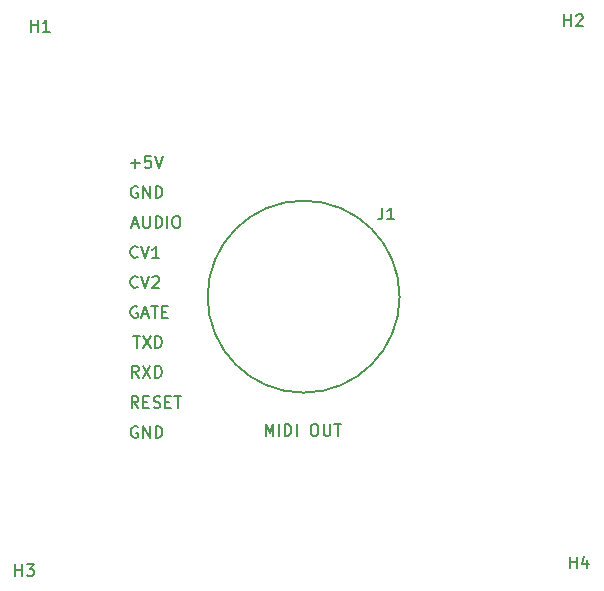
<source format=gbr>
%TF.GenerationSoftware,KiCad,Pcbnew,6.0.11-2627ca5db0~126~ubuntu22.04.1*%
%TF.CreationDate,2025-02-25T14:04:31+01:00*%
%TF.ProjectId,MidiBreakOut,4d696469-4272-4656-916b-4f75742e6b69,rev?*%
%TF.SameCoordinates,Original*%
%TF.FileFunction,Legend,Top*%
%TF.FilePolarity,Positive*%
%FSLAX46Y46*%
G04 Gerber Fmt 4.6, Leading zero omitted, Abs format (unit mm)*
G04 Created by KiCad (PCBNEW 6.0.11-2627ca5db0~126~ubuntu22.04.1) date 2025-02-25 14:04:31*
%MOMM*%
%LPD*%
G01*
G04 APERTURE LIST*
%ADD10C,0.150000*%
%ADD11C,0.152400*%
G04 APERTURE END LIST*
D10*
X86007619Y-109422380D02*
X85674285Y-108946190D01*
X85436190Y-109422380D02*
X85436190Y-108422380D01*
X85817142Y-108422380D01*
X85912380Y-108470000D01*
X85960000Y-108517619D01*
X86007619Y-108612857D01*
X86007619Y-108755714D01*
X85960000Y-108850952D01*
X85912380Y-108898571D01*
X85817142Y-108946190D01*
X85436190Y-108946190D01*
X86436190Y-108898571D02*
X86769523Y-108898571D01*
X86912380Y-109422380D02*
X86436190Y-109422380D01*
X86436190Y-108422380D01*
X86912380Y-108422380D01*
X87293333Y-109374761D02*
X87436190Y-109422380D01*
X87674285Y-109422380D01*
X87769523Y-109374761D01*
X87817142Y-109327142D01*
X87864761Y-109231904D01*
X87864761Y-109136666D01*
X87817142Y-109041428D01*
X87769523Y-108993809D01*
X87674285Y-108946190D01*
X87483809Y-108898571D01*
X87388571Y-108850952D01*
X87340952Y-108803333D01*
X87293333Y-108708095D01*
X87293333Y-108612857D01*
X87340952Y-108517619D01*
X87388571Y-108470000D01*
X87483809Y-108422380D01*
X87721904Y-108422380D01*
X87864761Y-108470000D01*
X88293333Y-108898571D02*
X88626666Y-108898571D01*
X88769523Y-109422380D02*
X88293333Y-109422380D01*
X88293333Y-108422380D01*
X88769523Y-108422380D01*
X89055238Y-108422380D02*
X89626666Y-108422380D01*
X89340952Y-109422380D02*
X89340952Y-108422380D01*
X85954761Y-99167142D02*
X85907142Y-99214761D01*
X85764285Y-99262380D01*
X85669047Y-99262380D01*
X85526190Y-99214761D01*
X85430952Y-99119523D01*
X85383333Y-99024285D01*
X85335714Y-98833809D01*
X85335714Y-98690952D01*
X85383333Y-98500476D01*
X85430952Y-98405238D01*
X85526190Y-98310000D01*
X85669047Y-98262380D01*
X85764285Y-98262380D01*
X85907142Y-98310000D01*
X85954761Y-98357619D01*
X86240476Y-98262380D02*
X86573809Y-99262380D01*
X86907142Y-98262380D01*
X87192857Y-98357619D02*
X87240476Y-98310000D01*
X87335714Y-98262380D01*
X87573809Y-98262380D01*
X87669047Y-98310000D01*
X87716666Y-98357619D01*
X87764285Y-98452857D01*
X87764285Y-98548095D01*
X87716666Y-98690952D01*
X87145238Y-99262380D01*
X87764285Y-99262380D01*
X85516190Y-93886666D02*
X85992380Y-93886666D01*
X85420952Y-94172380D02*
X85754285Y-93172380D01*
X86087619Y-94172380D01*
X86420952Y-93172380D02*
X86420952Y-93981904D01*
X86468571Y-94077142D01*
X86516190Y-94124761D01*
X86611428Y-94172380D01*
X86801904Y-94172380D01*
X86897142Y-94124761D01*
X86944761Y-94077142D01*
X86992380Y-93981904D01*
X86992380Y-93172380D01*
X87468571Y-94172380D02*
X87468571Y-93172380D01*
X87706666Y-93172380D01*
X87849523Y-93220000D01*
X87944761Y-93315238D01*
X87992380Y-93410476D01*
X88040000Y-93600952D01*
X88040000Y-93743809D01*
X87992380Y-93934285D01*
X87944761Y-94029523D01*
X87849523Y-94124761D01*
X87706666Y-94172380D01*
X87468571Y-94172380D01*
X88468571Y-94172380D02*
X88468571Y-93172380D01*
X89135238Y-93172380D02*
X89325714Y-93172380D01*
X89420952Y-93220000D01*
X89516190Y-93315238D01*
X89563809Y-93505714D01*
X89563809Y-93839047D01*
X89516190Y-94029523D01*
X89420952Y-94124761D01*
X89325714Y-94172380D01*
X89135238Y-94172380D01*
X89040000Y-94124761D01*
X88944761Y-94029523D01*
X88897142Y-93839047D01*
X88897142Y-93505714D01*
X88944761Y-93315238D01*
X89040000Y-93220000D01*
X89135238Y-93172380D01*
X86033333Y-106852380D02*
X85700000Y-106376190D01*
X85461904Y-106852380D02*
X85461904Y-105852380D01*
X85842857Y-105852380D01*
X85938095Y-105900000D01*
X85985714Y-105947619D01*
X86033333Y-106042857D01*
X86033333Y-106185714D01*
X85985714Y-106280952D01*
X85938095Y-106328571D01*
X85842857Y-106376190D01*
X85461904Y-106376190D01*
X86366666Y-105852380D02*
X87033333Y-106852380D01*
X87033333Y-105852380D02*
X86366666Y-106852380D01*
X87414285Y-106852380D02*
X87414285Y-105852380D01*
X87652380Y-105852380D01*
X87795238Y-105900000D01*
X87890476Y-105995238D01*
X87938095Y-106090476D01*
X87985714Y-106280952D01*
X87985714Y-106423809D01*
X87938095Y-106614285D01*
X87890476Y-106709523D01*
X87795238Y-106804761D01*
X87652380Y-106852380D01*
X87414285Y-106852380D01*
X85954761Y-96627142D02*
X85907142Y-96674761D01*
X85764285Y-96722380D01*
X85669047Y-96722380D01*
X85526190Y-96674761D01*
X85430952Y-96579523D01*
X85383333Y-96484285D01*
X85335714Y-96293809D01*
X85335714Y-96150952D01*
X85383333Y-95960476D01*
X85430952Y-95865238D01*
X85526190Y-95770000D01*
X85669047Y-95722380D01*
X85764285Y-95722380D01*
X85907142Y-95770000D01*
X85954761Y-95817619D01*
X86240476Y-95722380D02*
X86573809Y-96722380D01*
X86907142Y-95722380D01*
X87764285Y-96722380D02*
X87192857Y-96722380D01*
X87478571Y-96722380D02*
X87478571Y-95722380D01*
X87383333Y-95865238D01*
X87288095Y-95960476D01*
X87192857Y-96008095D01*
X85938095Y-111010000D02*
X85842857Y-110962380D01*
X85700000Y-110962380D01*
X85557142Y-111010000D01*
X85461904Y-111105238D01*
X85414285Y-111200476D01*
X85366666Y-111390952D01*
X85366666Y-111533809D01*
X85414285Y-111724285D01*
X85461904Y-111819523D01*
X85557142Y-111914761D01*
X85700000Y-111962380D01*
X85795238Y-111962380D01*
X85938095Y-111914761D01*
X85985714Y-111867142D01*
X85985714Y-111533809D01*
X85795238Y-111533809D01*
X86414285Y-111962380D02*
X86414285Y-110962380D01*
X86985714Y-111962380D01*
X86985714Y-110962380D01*
X87461904Y-111962380D02*
X87461904Y-110962380D01*
X87700000Y-110962380D01*
X87842857Y-111010000D01*
X87938095Y-111105238D01*
X87985714Y-111200476D01*
X88033333Y-111390952D01*
X88033333Y-111533809D01*
X87985714Y-111724285D01*
X87938095Y-111819523D01*
X87842857Y-111914761D01*
X87700000Y-111962380D01*
X87461904Y-111962380D01*
X85354285Y-88711428D02*
X86116190Y-88711428D01*
X85735238Y-89092380D02*
X85735238Y-88330476D01*
X87068571Y-88092380D02*
X86592380Y-88092380D01*
X86544761Y-88568571D01*
X86592380Y-88520952D01*
X86687619Y-88473333D01*
X86925714Y-88473333D01*
X87020952Y-88520952D01*
X87068571Y-88568571D01*
X87116190Y-88663809D01*
X87116190Y-88901904D01*
X87068571Y-88997142D01*
X87020952Y-89044761D01*
X86925714Y-89092380D01*
X86687619Y-89092380D01*
X86592380Y-89044761D01*
X86544761Y-88997142D01*
X87401904Y-88092380D02*
X87735238Y-89092380D01*
X88068571Y-88092380D01*
X85578095Y-103342380D02*
X86149523Y-103342380D01*
X85863809Y-104342380D02*
X85863809Y-103342380D01*
X86387619Y-103342380D02*
X87054285Y-104342380D01*
X87054285Y-103342380D02*
X86387619Y-104342380D01*
X87435238Y-104342380D02*
X87435238Y-103342380D01*
X87673333Y-103342380D01*
X87816190Y-103390000D01*
X87911428Y-103485238D01*
X87959047Y-103580476D01*
X88006666Y-103770952D01*
X88006666Y-103913809D01*
X87959047Y-104104285D01*
X87911428Y-104199523D01*
X87816190Y-104294761D01*
X87673333Y-104342380D01*
X87435238Y-104342380D01*
X85910000Y-100840000D02*
X85814761Y-100792380D01*
X85671904Y-100792380D01*
X85529047Y-100840000D01*
X85433809Y-100935238D01*
X85386190Y-101030476D01*
X85338571Y-101220952D01*
X85338571Y-101363809D01*
X85386190Y-101554285D01*
X85433809Y-101649523D01*
X85529047Y-101744761D01*
X85671904Y-101792380D01*
X85767142Y-101792380D01*
X85910000Y-101744761D01*
X85957619Y-101697142D01*
X85957619Y-101363809D01*
X85767142Y-101363809D01*
X86338571Y-101506666D02*
X86814761Y-101506666D01*
X86243333Y-101792380D02*
X86576666Y-100792380D01*
X86910000Y-101792380D01*
X87100476Y-100792380D02*
X87671904Y-100792380D01*
X87386190Y-101792380D02*
X87386190Y-100792380D01*
X88005238Y-101268571D02*
X88338571Y-101268571D01*
X88481428Y-101792380D02*
X88005238Y-101792380D01*
X88005238Y-100792380D01*
X88481428Y-100792380D01*
X85938095Y-90690000D02*
X85842857Y-90642380D01*
X85700000Y-90642380D01*
X85557142Y-90690000D01*
X85461904Y-90785238D01*
X85414285Y-90880476D01*
X85366666Y-91070952D01*
X85366666Y-91213809D01*
X85414285Y-91404285D01*
X85461904Y-91499523D01*
X85557142Y-91594761D01*
X85700000Y-91642380D01*
X85795238Y-91642380D01*
X85938095Y-91594761D01*
X85985714Y-91547142D01*
X85985714Y-91213809D01*
X85795238Y-91213809D01*
X86414285Y-91642380D02*
X86414285Y-90642380D01*
X86985714Y-91642380D01*
X86985714Y-90642380D01*
X87461904Y-91642380D02*
X87461904Y-90642380D01*
X87700000Y-90642380D01*
X87842857Y-90690000D01*
X87938095Y-90785238D01*
X87985714Y-90880476D01*
X88033333Y-91070952D01*
X88033333Y-91213809D01*
X87985714Y-91404285D01*
X87938095Y-91499523D01*
X87842857Y-91594761D01*
X87700000Y-91642380D01*
X87461904Y-91642380D01*
X96780952Y-111792380D02*
X96780952Y-110792380D01*
X97114285Y-111506666D01*
X97447619Y-110792380D01*
X97447619Y-111792380D01*
X97923809Y-111792380D02*
X97923809Y-110792380D01*
X98400000Y-111792380D02*
X98400000Y-110792380D01*
X98638095Y-110792380D01*
X98780952Y-110840000D01*
X98876190Y-110935238D01*
X98923809Y-111030476D01*
X98971428Y-111220952D01*
X98971428Y-111363809D01*
X98923809Y-111554285D01*
X98876190Y-111649523D01*
X98780952Y-111744761D01*
X98638095Y-111792380D01*
X98400000Y-111792380D01*
X99400000Y-111792380D02*
X99400000Y-110792380D01*
X100828571Y-110792380D02*
X101019047Y-110792380D01*
X101114285Y-110840000D01*
X101209523Y-110935238D01*
X101257142Y-111125714D01*
X101257142Y-111459047D01*
X101209523Y-111649523D01*
X101114285Y-111744761D01*
X101019047Y-111792380D01*
X100828571Y-111792380D01*
X100733333Y-111744761D01*
X100638095Y-111649523D01*
X100590476Y-111459047D01*
X100590476Y-111125714D01*
X100638095Y-110935238D01*
X100733333Y-110840000D01*
X100828571Y-110792380D01*
X101685714Y-110792380D02*
X101685714Y-111601904D01*
X101733333Y-111697142D01*
X101780952Y-111744761D01*
X101876190Y-111792380D01*
X102066666Y-111792380D01*
X102161904Y-111744761D01*
X102209523Y-111697142D01*
X102257142Y-111601904D01*
X102257142Y-110792380D01*
X102590476Y-110792380D02*
X103161904Y-110792380D01*
X102876190Y-111792380D02*
X102876190Y-110792380D01*
%TO.C,H4*%
X122538095Y-123002380D02*
X122538095Y-122002380D01*
X122538095Y-122478571D02*
X123109523Y-122478571D01*
X123109523Y-123002380D02*
X123109523Y-122002380D01*
X124014285Y-122335714D02*
X124014285Y-123002380D01*
X123776190Y-121954761D02*
X123538095Y-122669047D01*
X124157142Y-122669047D01*
%TO.C,H2*%
X122088095Y-77102380D02*
X122088095Y-76102380D01*
X122088095Y-76578571D02*
X122659523Y-76578571D01*
X122659523Y-77102380D02*
X122659523Y-76102380D01*
X123088095Y-76197619D02*
X123135714Y-76150000D01*
X123230952Y-76102380D01*
X123469047Y-76102380D01*
X123564285Y-76150000D01*
X123611904Y-76197619D01*
X123659523Y-76292857D01*
X123659523Y-76388095D01*
X123611904Y-76530952D01*
X123040476Y-77102380D01*
X123659523Y-77102380D01*
%TO.C,H1*%
X76938095Y-77552380D02*
X76938095Y-76552380D01*
X76938095Y-77028571D02*
X77509523Y-77028571D01*
X77509523Y-77552380D02*
X77509523Y-76552380D01*
X78509523Y-77552380D02*
X77938095Y-77552380D01*
X78223809Y-77552380D02*
X78223809Y-76552380D01*
X78128571Y-76695238D01*
X78033333Y-76790476D01*
X77938095Y-76838095D01*
%TO.C,J1*%
X106666666Y-92452380D02*
X106666666Y-93166666D01*
X106619047Y-93309523D01*
X106523809Y-93404761D01*
X106380952Y-93452380D01*
X106285714Y-93452380D01*
X107666666Y-93452380D02*
X107095238Y-93452380D01*
X107380952Y-93452380D02*
X107380952Y-92452380D01*
X107285714Y-92595238D01*
X107190476Y-92690476D01*
X107095238Y-92738095D01*
%TO.C,H3*%
X75588095Y-123652380D02*
X75588095Y-122652380D01*
X75588095Y-123128571D02*
X76159523Y-123128571D01*
X76159523Y-123652380D02*
X76159523Y-122652380D01*
X76540476Y-122652380D02*
X77159523Y-122652380D01*
X76826190Y-123033333D01*
X76969047Y-123033333D01*
X77064285Y-123080952D01*
X77111904Y-123128571D01*
X77159523Y-123223809D01*
X77159523Y-123461904D01*
X77111904Y-123557142D01*
X77064285Y-123604761D01*
X76969047Y-123652380D01*
X76683333Y-123652380D01*
X76588095Y-123604761D01*
X76540476Y-123557142D01*
D11*
%TO.C,J1*%
X108128000Y-100000000D02*
G75*
G03*
X108128000Y-100000000I-8128000J0D01*
G01*
%TD*%
M02*

</source>
